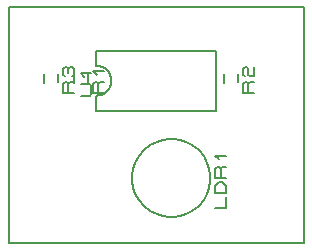
<source format=gbr>
G04 PROTEUS GERBER X2 FILE*
%TF.GenerationSoftware,Labcenter,Proteus,8.6-SP2-Build23525*%
%TF.CreationDate,2019-01-24T07:34:18+00:00*%
%TF.FileFunction,Legend,Top*%
%TF.FilePolarity,Positive*%
%TF.Part,Single*%
%FSLAX45Y45*%
%MOMM*%
G01*
%TA.AperFunction,Profile*%
%ADD15C,0.203200*%
%TA.AperFunction,Material*%
%ADD16C,0.203200*%
%TD.AperFunction*%
D15*
X-1250000Y-1500000D02*
X+1250000Y-1500000D01*
X+1250000Y+500000D01*
X-1250000Y+500000D01*
X-1250000Y-1500000D01*
D16*
X-508000Y+0D02*
X-508000Y+127000D01*
X+508000Y+127000D01*
X+508000Y-381000D01*
X-508000Y-381000D01*
X-508000Y-254000D01*
X-381000Y-127000D02*
X-383436Y-101124D01*
X-390485Y-77152D01*
X-401762Y-55562D01*
X-416878Y-36830D01*
X-435446Y-21431D01*
X-457081Y-9842D01*
X-481394Y-2540D01*
X-508000Y+0D01*
X-381000Y-127000D02*
X-383436Y-153606D01*
X-390485Y-177919D01*
X-401762Y-199554D01*
X-416878Y-218122D01*
X-435446Y-233238D01*
X-457081Y-244515D01*
X-481394Y-251564D01*
X-508000Y-254000D01*
X-640080Y-254000D02*
X-563880Y-254000D01*
X-548640Y-238125D01*
X-548640Y-174625D01*
X-563880Y-158750D01*
X-640080Y-158750D01*
X-609600Y-95250D02*
X-640080Y-63500D01*
X-548640Y-63500D01*
X+458866Y-952500D02*
X+457806Y-926000D01*
X+449203Y-872998D01*
X+431266Y-819996D01*
X+402177Y-766994D01*
X+357821Y-714054D01*
X+304819Y-672294D01*
X+251817Y-645001D01*
X+198815Y-628497D01*
X+145813Y-621168D01*
X+127000Y-620634D01*
X-204866Y-952500D02*
X-203806Y-926000D01*
X-195203Y-872998D01*
X-177266Y-819996D01*
X-148177Y-766994D01*
X-103821Y-714054D01*
X-50819Y-672294D01*
X+2183Y-645001D01*
X+55185Y-628497D01*
X+108187Y-621168D01*
X+127000Y-620634D01*
X-204866Y-952500D02*
X-203806Y-979000D01*
X-195203Y-1032002D01*
X-177266Y-1085004D01*
X-148177Y-1138006D01*
X-103821Y-1190946D01*
X-50819Y-1232706D01*
X+2183Y-1259999D01*
X+55185Y-1276503D01*
X+108187Y-1283832D01*
X+127000Y-1284366D01*
X+458866Y-952500D02*
X+457806Y-979000D01*
X+449203Y-1032002D01*
X+431266Y-1085004D01*
X+402177Y-1138006D01*
X+357821Y-1190946D01*
X+304819Y-1232706D01*
X+251817Y-1259999D01*
X+198815Y-1276503D01*
X+145813Y-1283832D01*
X+127000Y-1284366D01*
X+499506Y-1206500D02*
X+590946Y-1206500D01*
X+590946Y-1111250D01*
X+590946Y-1079500D02*
X+499506Y-1079500D01*
X+499506Y-1016000D01*
X+529986Y-984250D01*
X+560466Y-984250D01*
X+590946Y-1016000D01*
X+590946Y-1079500D01*
X+590946Y-952500D02*
X+499506Y-952500D01*
X+499506Y-873125D01*
X+514746Y-857250D01*
X+529986Y-857250D01*
X+545226Y-873125D01*
X+545226Y-952500D01*
X+545226Y-873125D02*
X+560466Y-857250D01*
X+590946Y-857250D01*
X+529986Y-793750D02*
X+499506Y-762000D01*
X+590946Y-762000D01*
X-576580Y-73660D02*
X-576580Y-142240D01*
X-698500Y-73660D02*
X-698500Y-144780D01*
X-444500Y-233680D02*
X-535940Y-233680D01*
X-535940Y-154305D01*
X-520700Y-138430D01*
X-505460Y-138430D01*
X-490220Y-154305D01*
X-490220Y-233680D01*
X-490220Y-154305D02*
X-474980Y-138430D01*
X-444500Y-138430D01*
X-505460Y-74930D02*
X-535940Y-43180D01*
X-444500Y-43180D01*
X+693420Y-73660D02*
X+693420Y-142240D01*
X+571500Y-73660D02*
X+571500Y-144780D01*
X+825500Y-233680D02*
X+734060Y-233680D01*
X+734060Y-154305D01*
X+749300Y-138430D01*
X+764540Y-138430D01*
X+779780Y-154305D01*
X+779780Y-233680D01*
X+779780Y-154305D02*
X+795020Y-138430D01*
X+825500Y-138430D01*
X+749300Y-90805D02*
X+734060Y-74930D01*
X+734060Y-27305D01*
X+749300Y-11430D01*
X+764540Y-11430D01*
X+779780Y-27305D01*
X+779780Y-74930D01*
X+795020Y-90805D01*
X+825500Y-90805D01*
X+825500Y-11430D01*
X-830580Y-73660D02*
X-830580Y-142240D01*
X-952500Y-73660D02*
X-952500Y-144780D01*
X-698500Y-233680D02*
X-789940Y-233680D01*
X-789940Y-154305D01*
X-774700Y-138430D01*
X-759460Y-138430D01*
X-744220Y-154305D01*
X-744220Y-233680D01*
X-744220Y-154305D02*
X-728980Y-138430D01*
X-698500Y-138430D01*
X-774700Y-90805D02*
X-789940Y-74930D01*
X-789940Y-27305D01*
X-774700Y-11430D01*
X-759460Y-11430D01*
X-744220Y-27305D01*
X-728980Y-11430D01*
X-713740Y-11430D01*
X-698500Y-27305D01*
X-698500Y-74930D01*
X-713740Y-90805D01*
X-744220Y-59055D02*
X-744220Y-27305D01*
M02*

</source>
